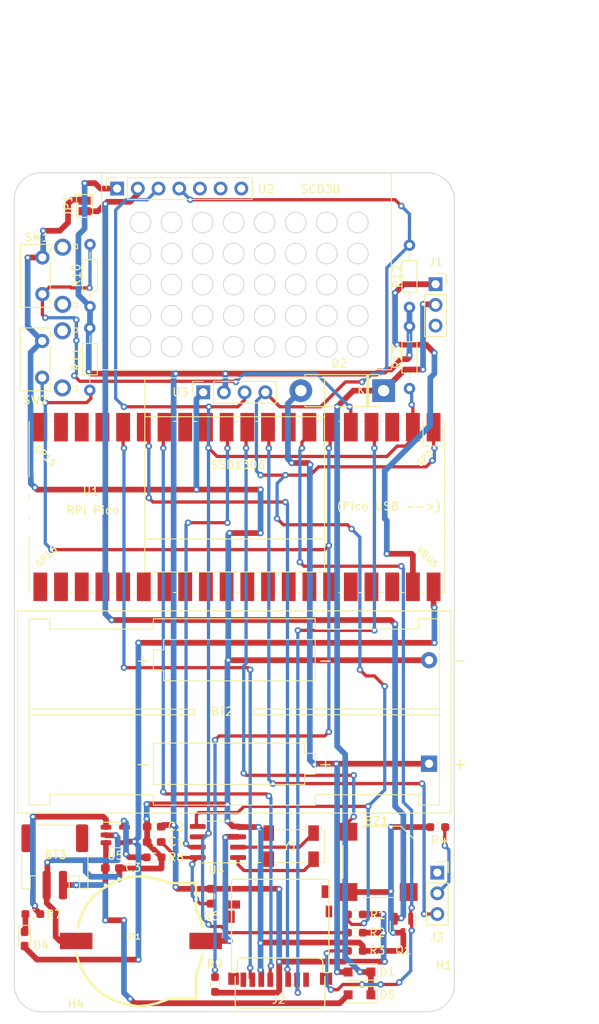
<source format=kicad_pcb>
(kicad_pcb (version 20211014) (generator pcbnew)
  (layers (0 "F.Cu" signal) (31 "B.Cu" signal) (34 "B.Paste" user) (35 "F.Paste" user) (36 "B.SilkS" user "B.Silkscreen") (37 "F.SilkS" user "F.Silkscreen") (38 "B.Mask" user) (39 "F.Mask" user) (44 "Edge.Cuts" user))
  (net 0 "")
  (net 2 "BUZZER")
  (net 6 "SD_CS")
  (net 7 "MOSI")
  (net 31 "+3V3")
  (net 32 "GND")
  (net 33 "SCK")
  (net 34 "MISO")
  (net 36 "Net-(J3-Pad2)")
  (net 37 "WRITE_EN")
  (net 38 "SCD30_EN")
  (net 39 "SCD30_GND")
  (net 40 "BUT_A")
  (net 41 "BUT_B")
  (net 42 "Net-(U4-Pad1)")
  (net 43 "Net-(U4-Pad2)")
  (net 46 "Net-(BT1-Pad1)")
  (net 47 "VSYS")
  (net 48 "SDA")
  (net 49 "SCL")
  (net 52 "RTC_INT")
  (net 53 "VBAT_AAA")
  (net 54 "VBAT_LIPO")
  (net 55 "Net-(C1-Pad1)")
  (net 56 "Net-(D4-Pad1)")
  (net 57 "VBUS")
  (net 58 "Net-(R7-Pad2)")
  (net 59 "Net-(R8-Pad1)")
  (net 63 "Net-(D1-Pad1)")
  (footprint "picoco2:DM3D-SF_outline" (layer "F.Cu") (at 32.6136 98.113)
    (fp_text reference "J2")
    (fp_text value "Micro_SD_Card" hide)
  )
  (footprint "Package_SO:SOIC-8_3.9x4.9mm_P1.27mm" (layer "F.Cu") (at 24.9936 82.0928 180)
    (fp_text reference "U4")
    (fp_text value "PCF8523T")
  )
  (footprint "Capacitor_SMD:C_0603_1608Metric_Pad1.08x0.95mm_HandSolder" (layer "F.Cu") (at 17.1704 80.2132 180)
    (fp_text reference "C2")
    (fp_text value "C")
  )
  (footprint "Resistor_THT:R_Axial_DIN0204_L3.6mm_D1.6mm_P7.62mm_Horizontal" (layer "F.Cu") (at 48.5 18.8368 -90)
    (fp_text reference "R13")
    (fp_text value "R")
  )
  (footprint "Connector_PinSocket_2.54mm:PinSocket_1x03_P2.54mm_Vertical" (layer "F.Cu") (at 51.9172 85.852)
    (fp_text reference "J3")
    (fp_text value "Conn_01x03_Female")
  )
  (footprint "Capacitor_SMD:C_0603_1608Metric_Pad1.08x0.95mm_HandSolder" (layer "F.Cu") (at 17.1704 82.0928 180)
    (fp_text reference "C1")
    (fp_text value "C")
  )
  (footprint "MountingHole:MountingHole_3.2mm_M3" (layer "F.Cu") (at 50.5 3.4)
    (fp_text reference "H3" hide)
    (fp_text value "MountingHole")
  )
  (footprint "Battery:BatteryHolder_Keystone_2468_2xAAA" (layer "F.Cu") (at 50.9016 72.4916 180)
    (fp_text reference "BT2")
    (fp_text value "Battery")
  )
  (footprint "Button_Switch_THT:SW_Tactile_SPST_Angled_PTS645Vx31-2LFS" (layer "F.Cu") (at 3.4265 25.135 90)
    (fp_text reference "SW2")
    (fp_text value "SW_Push")
  )
  (footprint "MountingHole:MountingHole_3.2mm_M3" (layer "F.Cu") (at 50.5 99.4)
    (fp_text reference "H1")
    (fp_text value "MountingHole")
  )
  (footprint "Resistor_SMD:R_0603_1608Metric_Pad0.98x0.95mm_HandSolder" (layer "F.Cu") (at 41.8592 95.4532)
    (fp_text reference "R3")
    (fp_text value "R")
  )
  (footprint "picoco2:ssd1306_a" (layer "F.Cu") (at 23.19 26.924 90)
    (fp_text reference "U3")
    (fp_text value "ssd1306")
  )
  (footprint "Resistor_THT:R_Axial_DIN0204_L3.6mm_D1.6mm_P7.62mm_Horizontal" (layer "F.Cu") (at 9.271 19.05 -90)
    (fp_text reference "R11")
    (fp_text value "R")
  )
  (footprint "Resistor_SMD:R_0603_1608Metric_Pad0.98x0.95mm_HandSolder" (layer "F.Cu") (at 17.1704 83.9724)
    (fp_text reference "R8")
    (fp_text value "10K")
  )
  (footprint "Package_TO_SOT_SMD:SOT-23" (layer "F.Cu") (at 47.7012 92.456 -90)
    (fp_text reference "Q1")
    (fp_text value "Q_NMOS_GDS")
  )
  (footprint "Resistor_SMD:R_0603_1608Metric_Pad0.98x0.95mm_HandSolder" (layer "F.Cu") (at 24.638 99.568 90)
    (fp_text reference "R9")
    (fp_text value "R")
  )
  (footprint "Resistor_SMD:R_0603_1608Metric_Pad0.98x0.95mm_HandSolder" (layer "F.Cu") (at 24.0792 88.7476 90)
    (fp_text reference "R6")
    (fp_text value "R")
  )
  (footprint "Package_TO_SOT_SMD:SOT-23-5" (layer "F.Cu") (at 12.3952 81.2292)
    (fp_text reference "U5")
    (fp_text value "MCP73831-2-OT")
  )
  (footprint "Diode_SMD:D_SOD-123F" (layer "F.Cu") (at 42.3672 98.044 180)
    (fp_text reference "D1")
    (fp_text value "D")
  )
  (footprint "Resistor_SMD:R_0603_1608Metric_Pad0.98x0.95mm_HandSolder" (layer "F.Cu") (at 2.286 90.932)
    (fp_text reference "R7")
    (fp_text value "1K")
  )
  (footprint "Resistor_THT:R_Axial_DIN0204_L3.6mm_D1.6mm_P7.62mm_Horizontal" (layer "F.Cu") (at 9.2964 16.4084 90)
    (fp_text reference "R10")
    (fp_text value "R")
  )
  (footprint "Connector_JST:JST_PH_S2B-PH-SM4-TB_1x02-1MP_P2.00mm_Horizontal" (layer "F.Cu") (at 4.9784 84.5312 180)
    (fp_text reference "BT3")
    (fp_text value "Battery")
  )
  (footprint "picoco2:CR1220-2" (layer "F.Cu") (at 15.1998 94.2348)
    (fp_text reference "BT1")
    (fp_text value "Battery")
  )
  (footprint "MountingHole:MountingHole_3.2mm_M3" (layer "F.Cu") (at 3.4 3.4)
    (fp_text reference "H2" hide)
    (fp_text value "MountingHole")
  )
  (footprint "RPi_Pico:RPi_PicoW_SMD" (layer "F.Cu") (at 27.3304 40.9956 -90)
    (fp_text reference "U1")
    (fp_text value "PicoW")
  )
  (footprint "Resistor_SMD:R_0603_1608Metric_Pad0.98x0.95mm_HandSolder" (layer "F.Cu") (at 51.9684 80.264 180)
    (fp_text reference "R4")
    (fp_text value "R")
  )
  (footprint "Connector_PinSocket_2.54mm:PinSocket_1x03_P2.54mm_Vertical" (layer "F.Cu") (at 51.7006 13.6642)
    (fp_text reference "J1")
    (fp_text value "Conn_01x03_Female")
  )
  (footprint "Resistor_SMD:R_0603_1608Metric_Pad0.98x0.95mm_HandSolder" (layer "F.Cu") (at 41.8592 90.9828 180)
    (fp_text reference "R1")
    (fp_text value "R")
  )
  (footprint "Capacitor_SMD:C_0603_1608Metric_Pad1.08x0.95mm_HandSolder" (layer "F.Cu") (at 12.0396 85.2932)
    (fp_text reference "C3")
    (fp_text value "C")
  )
  (footprint "Jumper:SolderJumper-2_P1.3mm_Open_Pad1.0x1.5mm" (layer "F.Cu") (at 8.636 4.064 -90)
    (fp_text reference "JP1")
    (fp_text value "SolderJumper_2_Open")
  )
  (footprint "Resistor_SMD:R_0603_1608Metric_Pad0.98x0.95mm_HandSolder" (layer "F.Cu") (at 41.8592 93.218 180)
    (fp_text reference "R2")
    (fp_text value "R")
  )
  (footprint "LED_SMD:LED_0603_1608Metric_Pad1.05x0.95mm_HandSolder" (layer "F.Cu") (at 1.27 93.98 -90)
    (fp_text reference "D4")
    (fp_text value "LED")
  )
  (footprint "Buzzer_Beeper:MagneticBuzzer_Kobitone_254-EMB84Q-RO" (layer "F.Cu") (at 44.704 84.5312)
    (fp_text reference "BZ1")
    (fp_text value "Buzzer")
  )
  (footprint "Crystal:Crystal_SMD_Abracon_ABS25-4Pin_8.0x3.8mm" (layer "F.Cu") (at 33.9852 82.6008 -90)
    (fp_text reference "Y1")
    (fp_text value "Crystal_GND23")
  )
  (footprint "Button_Switch_THT:SW_Tactile_SPST_Angled_PTS645Vx31-2LFS" (layer "F.Cu") (at 3.4544 14.8844 90)
    (fp_text reference "SW1")
    (fp_text value "SW_Push")
  )
  (footprint "Resistor_THT:R_Axial_DIN0204_L3.6mm_D1.6mm_P7.62mm_Horizontal" (layer "F.Cu") (at 48.5 16.5 90)
    (fp_text reference "R12")
    (fp_text value "R")
  )
  (footprint "MountingHole:MountingHole_3.2mm_M3" (layer "F.Cu") (at 3.4 99.4)
    (fp_text reference "H4")
    (fp_text value "MountingHole")
  )
  (footprint "picoco2:scd30_a" (layer "F.Cu") (at 12.6238 1.9304 90)
    (fp_text reference "U2")
    (fp_text value "scd30")
  )
  (footprint "Diode_SMD:D_SOD-123F" (layer "F.Cu") (at 42.3672 100.838 180)
    (fp_text reference "D5")
    (fp_text value "D")
  )
  (footprint "Diode_THT:D_5W_P10.16mm_Horizontal" (layer "F.Cu") (at 45.33 26.7208 180)
    (fp_text reference "D2")
    (fp_text value "D")
  )
  (gr_circle (center 38.354 9.906) (end 38.354 11.176) (layer "Edge.Cuts") (width 0.1) (fill none))
  (gr_circle (center 15.494 21.336) (end 15.494 22.606) (layer "Edge.Cuts") (width 0.1) (fill none))
  (gr_circle (center 26.924 17.526) (end 26.924 18.796) (layer "Edge.Cuts") (width 0.1) (fill none))
  (gr_circle (center 23.114 13.716) (end 23.114 14.986) (layer "Edge.Cuts") (width 0.1) (fill none))
  (gr_arc (start 50.698 0) (mid 53.032867 0.967133) (end 54 3.302) (layer "Edge.Cuts") (width 0.1))
  (gr_circle (center 15.494 13.716) (end 15.494 14.986) (layer "Edge.Cuts") (width 0.1) (fill none))
  (gr_circle (center 26.924 21.336) (end 26.924 22.606) (layer "Edge.Cuts") (width 0.1) (fill none))
  (gr_circle (center 15.494 17.526) (end 15.494 18.796) (layer "Edge.Cuts") (width 0.1) (fill none))
  (gr_circle (center 30.734 9.906) (end 30.734 11.176) (layer "Edge.Cuts") (width 0.1) (fill none))
  (gr_circle (center 15.494 9.906) (end 15.494 11.176) (layer "Edge.Cuts") (width 0.1) (fill none))
  (gr_circle (center 42.164 9.906) (end 42.164 11.176) (layer "Edge.Cuts") (width 0.1) (fill none))
  (gr_line (start 50.698 0) (end 3.300067 -0.001933) (layer "Edge.Cuts") (width 0.1))
  (gr_circle (center 19.304 6.096) (end 19.304 7.366) (layer "Edge.Cuts") (width 0.1) (fill none))
  (gr_circle (center 30.734 21.336) (end 30.734 22.606) (layer "Edge.Cuts") (width 0.1) (fill none))
  (gr_circle (center 30.734 6.096) (end 30.734 7.366) (layer "Edge.Cuts") (width 0.1) (fill none))
  (gr_circle (center 42.164 17.526) (end 42.164 18.796) (layer "Edge.Cuts") (width 0.1) (fill none))
  (gr_circle (center 23.114 21.336) (end 23.114 22.606) (layer "Edge.Cuts") (width 0.1) (fill none))
  (gr_circle (center 34.544 17.526) (end 34.544 18.796) (layer "Edge.Cuts") (width 0.1) (fill none))
  (gr_circle (center 34.544 13.716) (end 34.544 14.986) (layer "Edge.Cuts") (width 0.1) (fill none))
  (gr_circle (center 34.544 21.336) (end 34.544 22.606) (layer "Edge.Cuts") (width 0.1) (fill none))
  (gr_line (start -0.001933 3.300067) (end 0 99.6188) (layer "Edge.Cuts") (width 0.1))
  (gr_circle (center 19.304 17.526) (end 19.304 18.796) (layer "Edge.Cuts") (width 0.1) (fill none))
  (gr_circle (center 26.924 13.716) (end 26.924 14.986) (layer "Edge.Cuts") (width 0.1) (fill none))
  (gr_circle (center 34.544 6.096) (end 34.544 7.366) (layer "Edge.Cuts") (width 0.1) (fill none))
  (gr_circle (center 42.164 21.336) (end 42.164 22.606) (layer "Edge.Cuts") (width 0.1) (fill none))
  (gr_circle (center 23.114 17.526) (end 23.114 18.796) (layer "Edge.Cuts") (width 0.1) (fill none))
  (gr_circle (center 26.924 6.096) (end 26.924 7.366) (layer "Edge.Cuts") (width 0.1) (fill none))
  (gr_circle (center 42.164 13.716) (end 42.164 14.986) (layer "Edge.Cuts") (width 0.1) (fill none))
  (gr_line (start 3.302 102.9208) (end 50.708333 102.9208) (layer "Edge.Cuts") (width 0.1))
  (gr_circle (center 30.734 13.716) (end 30.734 14.986) (layer "Edge.Cuts") (width 0.1) (fill none))
  (gr_circle (center 19.304 9.906) (end 19.304 11.176) (layer "Edge.Cuts") (width 0.1) (fill none))
  (gr_circle (center 30.734 17.526) (end 30.734 18.796) (layer "Edge.Cuts") (width 0.1) (fill none))
  (gr_circle (center 38.354 21.336) (end 38.354 22.606) (layer "Edge.Cuts") (width 0.1) (fill none))
  (gr_circle (center 19.304 21.336) (end 19.304 22.606) (layer "Edge.Cuts") (width 0.1) (fill none))
  (gr_circle (center 26.924 9.906) (end 26.924 11.176) (layer "Edge.Cuts") (width 0.1) (fill none))
  (gr_circle (center 38.354 17.526) (end 38.354 18.796) (layer "Edge.Cuts") (width 0.1) (fill none))
  (gr_arc (start 54 99.6188) (mid 53.039544 101.953032) (end 50.708333 102.9208) (layer "Edge.Cuts") (width 0.1))
  (gr_arc (start 3.302 102.9208) (mid 0.967133 101.953667) (end 0 99.6188) (layer "Edge.Cuts") (width 0.1))
  (gr_circle (center 38.354 6.096) (end 38.354 7.366) (layer "Edge.Cuts") (width 0.1) (fill none))
  (gr_arc (start -0.001933 3.300067) (mid 0.9652 0.9652) (end 3.300067 -0.001933) (layer "Edge.Cuts") (width 0.1))
  (gr_line (start 54 99.6188) (end 54 3.302) (layer "Edge.Cuts") (width 0.1))
  (gr_circle (center 23.114 6.096) (end 23.114 7.366) (layer "Edge.Cuts") (width 0.1) (fill none))
  (gr_circle (center 38.354 13.716) (end 38.354 14.986) (layer "Edge.Cuts") (width 0.1) (fill none))
  (gr_circle (center 19.304 13.716) (end 19.304 14.986) (layer "Edge.Cuts") (width 0.1) (fill none))
  (gr_circle (center 42.164 6.096) (end 42.164 7.366) (layer "Edge.Cuts") (width 0.1) (fill none))
  (gr_circle (center 23.114 9.906) (end 23.114 11.176) (layer "Edge.Cuts") (width 0.1) (fill none))
  (gr_circle (center 34.544 9.906) (end 34.544 11.176) (layer "Edge.Cuts") (width 0.1) (fill none))
  (gr_circle (center 15.494 6.096) (end 15.494 7.366) (layer "Edge.Cuts") (width 0.1) (fill none))
  (gr_text "RPi Pico" (at 9.652 41.402) (layer "F.SilkS") (effects (font (size 1 1))))
  (gr_text "(Pico USB -->)" (at 45.974 40.894) (layer "F.SilkS") (effects (font (size 1 1))))
  (gr_text "SSD1306" (at 27.432 35.814) (layer "F.SilkS") (effects (font (size 1 1))))
  (gr_text "SCD30" (at 37.592 2.032) (layer "F.SilkS") (effects (font (size 1 1))))
  (segment (start 28.4105 73.914) (end 28.1565 73.66) (width 0.4) (layer "F.Cu") (net 2))
  (segment (start 41.004 80.8312) (end 41.004 79.646) (width 0.4) (layer "F.Cu") (net 2))
  (segment (start 41.004 79.646) (end 41.656 78.994) (width 0.4) (layer "F.Cu") (net 2))
  (segment (start 28.448 33.782) (end 28.448 32.258) (width 0.4) (layer "F.Cu") (net 2))
  (segment (start 41.656 73.914) (end 28.4105 73.914) (width 0.4) (layer "F.Cu") (net 2))
  (segment (start 28.448 32.258) (end 28.6004 32.1056) (width 0.4) (layer "F.Cu") (net 2))
  (via (at 41.656 78.994) (size 0.8) (drill 0.4) (layers "F.Cu" "B.Cu") (net 2))
  (via (at 28.448 33.782) (size 0.8) (drill 0.4) (layers "F.Cu" "B.Cu") (net 2))
  (via (at 41.656 73.914) (size 0.8) (drill 0.4) (layers "F.Cu" "B.Cu") (net 2))
  (via (at 28.1565 73.66) (size 0.8) (drill 0.4) (layers "F.Cu" "B.Cu") (net 2))
  (segment (start 28.1565 60.4895) (end 28.448 60.198) (width 0.4) (layer "B.Cu") (net 2))
  (segment (start 28.1565 73.66) (end 28.1565 60.4895) (width 0.4) (layer "B.Cu") (net 2))
  (segment (start 28.448 60.198) (end 28.448 33.782) (width 0.4) (layer "B.Cu") (net 2))
  (segment (start 41.656 78.994) (end 41.656 73.914) (width 0.4) (layer "B.Cu") (net 2))
  (segment (start 44.196 32.4612) (end 43.8404 32.1056) (width 0.4) (layer "F.Cu") (net 6))
  (segment (start 34.7136 100.4996) (end 34.798 100.584) (width 0.4) (layer "F.Cu") (net 6))
  (segment (start 34.798 56.134) (end 44.196 56.134) (width 0.4) (layer "F.Cu") (net 6))
  (segment (start 34.7136 98.988) (end 34.7136 100.4996) (width 0.4) (layer "F.Cu") (net 6))
  (segment (start 44.196 33.782) (end 44.196 32.4612) (width 0.4) (layer "F.Cu") (net 6))
  (via (at 44.196 33.782) (size 0.8) (drill 0.4) (layers "F.Cu" "B.Cu") (net 6))
  (via (at 44.196 56.134) (size 0.8) (drill 0.4) (layers "F.Cu" "B.Cu") (net 6))
  (via (at 34.798 56.134) (size 0.8) (drill 0.4) (layers "F.Cu" "B.Cu") (net 6))
  (via (at 34.798 100.584) (size 0.8) (drill 0.4) (layers "F.Cu" "B.Cu") (net 6))
  (segment (start 34.798 100.584) (end 34.798 91.44) (width 0.4) (layer "B.Cu") (net 6))
  (segment (start 34.798 91.44) (end 34.798 56.134) (width 0.4) (layer "B.Cu") (net 6))
  (segment (start 44.196 56.134) (end 44.196 33.782) (width 0.4) (layer "B.Cu") (net 6))
  (segment (start 33.274 40.386) (end 17.018 40.386) (width 0.4) (layer "F.Cu") (net 7))
  (segment (start 17.018 40.386) (end 16.51 39.878) (width 0.4) (layer "F.Cu") (net 7))
  (segment (start 16.51 32.7152) (end 15.9004 32.1056) (width 0.4) (layer "F.Cu") (net 7))
  (segment (start 33.6136 98.988) (end 33.6136 97.8091) (width 0.4) (layer "F.Cu") (net 7))
  (segment (start 16.51 33.528) (end 16.51 32.7152) (width 0.4) (layer "F.Cu") (net 7))
  (segment (start 33.6136 97.8091) (end 33.528 97.7235) (width 0.4) (layer "F.Cu") (net 7))
  (via (at 33.274 40.386) (size 0.8) (drill 0.4) (layers "F.Cu" "B.Cu") (net 7))
  (via (at 16.51 39.878) (size 0.8) (drill 0.4) (layers "F.Cu" "B.Cu") (net 7))
  (via (at 16.51 33.528) (size 0.8) (drill 0.4) (layers "F.Cu" "B.Cu") (net 7))
  (via (at 33.528 97.7235) (size 0.8) (drill 0.4) (layers "F.Cu" "B.Cu") (net 7))
  (segment (start 33.528 92.71) (end 33.528 40.64) (width 0.4) (layer "B.Cu") (net 7))
  (segment (start 33.528 40.64) (end 33.274 40.386) (width 0.4) (layer "B.Cu") (net 7))
  (segment (start 16.51 39.878) (end 16.51 33.528) (width 0.4) (layer "B.Cu") (net 7))
  (segment (start 33.528 97.7235) (end 33.528 92.71) (width 0.4) (layer "B.Cu") (net 7))
  (segment (start 9.398 24.638) (end 9.144 24.384) (width 0.7) (layer "F.Cu") (net 31))
  (segment (start 42.7717 93.218) (end 45.280967 93.218) (width 0.7) (layer "F.Cu") (net 31))
  (segment (start 32.258 100.584) (end 24.7415 100.584) (width 0.7) (layer "F.Cu") (net 31))
  (segment (start 20.0171 87.8351) (end 19.812 87.63) (width 0.7) (layer "F.Cu") (net 31))
  (segment (start 44.704 24.384) (end 45.466 24.384) (width 0.7) (layer "F.Cu") (net 31))
  (segment (start 45.280967 93.218) (end 45.327225 93.264258) (width 0.7) (layer "F.Cu") (net 31))
  (segment (start 19.558 80.01) (end 18.2361 80.01) (width 0.7) (layer "F.Cu") (net 31))
  (segment (start 24.7415 100.584) (end 24.638 100.4805) (width 0.7) (layer "F.Cu") (net 31))
  (segment (start 47.498 22.86) (end 48.26 22.86) (width 0.7) (layer "F.Cu") (net 31))
  (segment (start 18.2361 80.01) (end 18.0329 80.2132) (width 0.7) (layer "F.Cu") (net 31))
  (segment (start 48.5 22.62) (end 48.5 22.366) (width 0.7) (layer "F.Cu") (net 31))
  (segment (start 44.45 24.638) (end 44.704 24.384) (width 0.7) (layer "F.Cu") (net 31))
  (segment (start 48.26 22.86) (end 48.5 22.62) (width 0.7) (layer "F.Cu") (net 31))
  (segment (start 45.466 96.774) (end 32.512 96.774) (width 0.7) (layer "F.Cu") (net 31))
  (segment (start 32.512 97.536) (end 32.512 96.774) (width 0.7) (layer "F.Cu") (net 31))
  (segment (start 32.5136 97.5376) (end 32.512 97.536) (width 0.7) (layer "F.Cu") (net 31))
  (segment (start 24.0792 87.8351) (end 20.0171 87.8351) (width 0.7) (layer "F.Cu") (net 31))
  (segment (start 24.0792 87.8351) (end 32.4631 87.8351) (width 0.7) (layer "F.Cu") (net 31))
  (segment (start 45.2785 90.932) (end 42.8225 90.932) (width 0.7) (layer "F.Cu") (net 31))
  (segment (start 32.5136 98.988) (end 32.5136 97.5376) (width 0.7) (layer "F.Cu") (net 31))
  (segment (start 32.5136 98.988) (end 32.5136 100.3284) (width 0.7) (layer "F.Cu") (net 31))
  (segment (start 12.6238 1.9304) (end 10.5664 1.9304) (width 0.7) (layer "F.Cu") (net 31))
  (segment (start 32.5136 100.3284) (end 32.258 100.584) (width 0.7) (layer "F.Cu") (net 31))
  (segment (start 42.8225 90.932) (end 42.7717 90.9828) (width 0.7) (layer "F.Cu") (net 31))
  (segment (start 45.72 24.13) (end 46.228 24.13) (width 0.7) (layer "F.Cu") (net 31))
  (segment (start 32.4631 87.8351) (end 32.512 87.884) (width 0.7) (layer "F.Cu") (net 31))
  (segment (start 45.466 24.384) (end 45.72 24.13) (width 0.7) (layer "F.Cu") (net 31))
  (segment (start 9.906 1.27) (end 8.636 1.27) (width 0.7) (layer "F.Cu") (net 31))
  (segment (start 46.228 24.13) (end 47.498 22.86) (width 0.7) (layer "F.Cu") (net 31))
  (segment (start 19.812 24.638) (end 9.398 24.638) (width 0.7) (layer "F.Cu") (net 31))
  (segment (start 9.4488 16.256) (end 9.2964 16.4084) (width 0.7) (layer "F.Cu") (net 31))
  (segment (start 19.812 24.638) (end 44.45 24.638) (width 0.7) (layer "F.Cu") (net 31))
  (segment (start 10.5664 1.9304) (end 9.906 1.27) (width 0.7) (layer "F.Cu") (net 31))
  (via (at 45.327225 93.264258) (size 0.8) (drill 0.4) (layers "F.Cu" "B.Cu") (net 31))
  (via (at 25.908 24.638) (size 0.8) (drill 0.4) (layers "F.Cu" "B.Cu") (net 31))
  (via (at 32.512 96.774) (size 0.8) (drill 0.4) (layers "F.Cu" "B.Cu") (net 31))
  (via (at 45.2785 90.932) (size 0.8) (drill 0.4) (layers "F.Cu" "B.Cu") (net 31))
  (via (at 19.812 87.63) (size 0.8) (drill 0.4) (layers "F.Cu" "B.Cu") (net 31))
  (via (at 9.144 24.384) (size 0.8) (drill 0.4) (layers "F.Cu" "B.Cu") (net 31))
  (via (at 45.466 96.774) (size 0.8) (drill 0.4) (layers "F.Cu" "B.Cu") (net 31))
  (via (at 19.812 24.638) (size 0.8) (drill 0.4) (layers "F.Cu" "B.Cu") (net 31))
  (via (at 19.558 80.01) (size 0.8) (drill 0.4) (layers "F.Cu" "B.Cu") (net 31))
  (via (at 8.636 1.27) (size 0.8) (drill 0.4) (layers "F.Cu" "B.Cu") (net 31))
  (via (at 32.512 87.884) (size 0.8) (drill 0.4) (layers "F.Cu" "B.Cu") (net 31))
  (via (at 48.5 22.366) (size 0.8) (drill 0.4) (layers "F.Cu" "B.Cu") (net 31))
  (segment (start 7.874 7.62) (end 7.874 14.986) (width 0.7) (layer "B.Cu") (net 31))
  (segment (start 48.5 18.8368) (end 48.5 22.366) (width 0.7) (layer "B.Cu") (net 31))
  (segment (start 48.5 18.8368) (end 48.5 16.5) (width 0.7) (layer "B.Cu") (net 31))
  (segment (start 9.2964 19.0246) (end 9.271 19.05) (width 0.7) (layer "B.Cu") (net 31))
  (segment (start 19.812 87.63) (end 19.812 80.264) (width 0.7) (layer "B.Cu") (net 31))
  (segment (start 19.558 24.638) (end 19.812 24.638) (width 0.7) (layer "B.Cu") (net 31))
  (segment (start 45.327225 90.980725) (end 45.2785 90.932) (width 0.7) (layer "B.Cu") (net 31))
  (segment (start 45.327225 93.264258) (end 45.327225 96.635225) (width 0.7) (layer "B.Cu") (net 31))
  (segment (start 45.327225 96.635225) (end 45.466 96.774) (width 0.7) (layer "B.Cu") (net 31))
  (segment (start 8.636 6.858) (end 7.874 7.62) (width 0.7) (layer "B.Cu") (net 31))
  (segment (start 25.908 27.178) (end 25.73 27) (width 0.4) (layer "B.Cu") (net 31))
  (segment (start 25.908 24.638) (end 25.908 26.746) (width 0.7) (layer "B.Cu") (net 31))
  (segment (start 8.636 1.27) (end 8.636 6.858) (width 0.7) (layer "B.Cu") (net 31))
  (segment (start 19.812 80.264) (end 19.558 80.01) (width 0.7) (layer "B.Cu") (net 31))
  (segment (start 7.874 14.986) (end 9.2964 16.4084) (width 0.7) (layer "B.Cu") (net 31))
  (segment (start 45.327225 93.264258) (end 45.327225 90.980725) (width 0.7) (layer "B.Cu") (net 31))
  (segment (start 19.558 80.01) (end 19.558 24.638) (width 0.7) (layer "B.Cu") (net 31))
  (segment (start 9.144 19.177) (end 9.271 19.05) (width 0.7) (layer "B.Cu") (net 31))
  (segment (start 9.144 24.384) (end 9.144 19.177) (width 0.7) (layer "B.Cu") (net 31))
  (segment (start 9.2964 16.4084) (end 9.2964 19.0246) (width 0.7) (layer "B.Cu") (net 31))
  (segment (start 32.512 96.774) (end 32.512 87.884) (width 0.7) (layer "B.Cu") (net 31))
  (segment (start 25.908 26.746) (end 25.73 26.924) (width 0.7) (layer "B.Cu") (net 31))
  (segment (start 50.9016 59.7916) (end 26.2636 59.7916) (width 0.7) (layer "F.Cu") (net 32))
  (segment (start 4.064 87.2956) (end 3.9784 87.3812) (width 0.7) (layer "F.Cu") (net 32))
  (segment (start 11.3085 81.28) (end 11.2577 81.2292) (width 0.7) (layer "F.Cu") (net 32))
  (segment (start 6.604 6.096) (end 6.604 3.81) (width 0.7) (layer "F.Cu") (net 32))
  (segment (start 26.8478 80.1878) (end 26.162 79.502) (width 0.7) (layer "F.Cu") (net 32))
  (segment (start 46.228 80.264) (end 51.0559 80.264) (width 0.7) (layer "F.Cu") (net 32))
  (segment (start 3.9784 89.5764) (end 5.08 90.678) (width 0.7) (layer "F.Cu") (net 32))
  (segment (start 47.5257 93.218) (end 47.7012 93.3935) (width 0.7) (layer "F.Cu") (net 32))
  (segment (start 18.034 85.344) (end 12.9529 85.344) (width 0.7) (layer "F.Cu") (net 32))
  (segment (start 22.352 38.862) (end 2.794 38.862) (width 0.7) (layer "F.Cu") (net 32))
  (segment (start 12.9021 86.5389) (end 12.827 86.614) (width 0.7) (layer "F.Cu") (net 32))
  (segment (start 42.3582 94.4282) (end 30.2858 94.4282) (width 0.7) (layer "F.Cu") (net 32))
  (segment (start 5.08 93.726) (end 5.5888 94.2348) (width 0.7) (layer "F.Cu") (net 32))
  (segment (start 6.604 3.81) (end 7.112 3.302) (width 0.7) (layer "F.Cu") (net 32))
  (segment (start 26.416 44.196) (end 30.226 44.196) (width 0.7) (layer "F.Cu") (net 32))
  (segment (start 27.4686 80.1878) (end 26.8478 80.1878) (width 0.7) (layer "F.Cu") (net 32))
  (segment (start 18.0829 85.2951) (end 18.034 85.344) (width 0.7) (layer "F.Cu") (net 32))
  (segment (start 41.004 88.2312) (end 46.1348 88.2312) (width 0.7) (layer "F.Cu") (net 32))
  (segment (start 29.972 80.264) (end 27.5448 80.264) (width 0.7) (layer "F.Cu") (net 32))
  (segment (start 12.446 81.28) (end 11.3085 81.28) (width 0.7) (layer "F.Cu") (net 32))
  (segment (start 3.4544 10.3844) (end 1.6806 10.3844) (width 0.7) (layer "F.Cu") (net 32))
  (segment (start 7.112 3.302) (end 8.524 3.302) (width 0.7) (layer "F.Cu") (net 32))
  (segment (start 30.3136 98.988) (end 30.3136 97.8776) (width 0.7) (layer "F.Cu") (net 32))
  (segment (start 12.9529 85.344) (end 12.9021 85.2932) (width 0.7) (layer "F.Cu") (net 32))
  (segment (start 47.752 95.25) (end 47.752 93.4443) (width 0.7) (layer "F.Cu") (net 32))
  (segment (start 5.5888 94.2348) (end 7.5998 94.2348) (width 0.7) (layer "F.Cu") (net 32))
  (segment (start 16.256 77.47) (end 26.162 77.47) (width 0.7) (layer "F.Cu") (net 32))
  (segment (start 42.7717 95.4532) (end 47.5488 95.4532) (width 0.7) (layer "F.Cu") (net 32))
  (segment (start 27.5448 80.264) (end 27.4686 80.1878) (width 0.7) (layer "F.Cu") (net 32))
  (segment (start 42.7717 95.4532) (end 42.7717 94.8417) (width 0.7) (layer "F.Cu") (net 32))
  (segment (start 2.794 38.862) (end 2.54 38.608) (width 0.7) (layer "F.Cu") (net 32))
  (segment (start 30.2858 94.4282) (end 30.226 94.488) (width 0.7) (layer "F.Cu") (net 32))
  (segment (start 42.7717 94.8417) (end 42.3582 94.4282) (width 0.7) (layer "F.Cu") (net 32))
  (segment (start 16.3079 82.0928) (end 16.3079 82.1974) (width 0.7) (layer "F.Cu") (net 32))
  (segment (start 16.3079 82.1974) (end 18.0829 83.9724) (width 0.7) (layer "F.Cu") (net 32))
  (segment (start 12.9021 85.2932) (end 12.9021 86.5389) (width 0.7) (layer "F.Cu") (net 32))
  (segment (start 4.064 84.582) (end 4.064 87.2956) (width 0.7) (layer "F.Cu") (net 32))
  (segment (start 3.556 7.112) (end 5.588 7.112) (width 0.7) (layer "F.Cu") (net 32))
  (segment (start 46.1348 88.2312) (end 46.228 88.138) (width 0.7) (layer "F.Cu") (net 32))
  (segment (start 5.588 7.112) (end 6.604 6.096) (width 0.7) (layer "F.Cu") (net 32))
  (segment (start 30.226 38.862) (end 22.352 38.862) (width 0.7) (layer "F.Cu") (net 32))
  (segment (start 46.482 93.218) (end 47.5257 93.218) (width 0.7) (layer "F.Cu") (net 32))
  (segment (start 3.9784 87.3812) (end 3.9784 89.5764) (width 0.7) (layer "F.Cu") (net 32))
  (segment (start 1.6806 10.3844) (end 1.651 10.414) (width 0.7) (layer "F.Cu") (net 32))
  (segment (start 47.752 93.4443) (end 47.7012 93.3935) (width 0.7) (layer "F.Cu") (net 32))
  (segment (start 3.3605 20.701) (end 3.4265 20.635) (width 0.7) (layer "F.Cu") (net 32))
  (segment (start 5.08 90.678) (end 5.08 93.726) (width 0.7) (layer "F.Cu") (net 32))
  (segment (start 47.5488 95.4532) (end 47.752 95.25) (width 0.7) (layer "F.Cu") (net 32))
  (segment (start 16.3079 80.2132) (end 16.3079 82.0928) (width 0.7) (layer "F.Cu") (net 32))
  (segment (start 16.3079 80.2132) (end 16.3079 79.2999) (width 0.7) (layer "F.Cu") (net 32))
  (segment (start 18.0829 83.9724) (end 18.0829 85.2951) (width 0.7) (layer "F.Cu") (net 32))
  (segment (start 8.524 3.302) (end 8.636 3.414) (width 0.7) (layer "F.Cu") (net 32))
  (segment (start 16.3079 79.2999) (end 16.256 79.248) (width 0.7) (layer "F.Cu") (net 32))
  (segment (start 30.3136 97.8776) (end 30.226 97.79) (width 0.7) (layer "F.Cu") (net 32))
  (via (at 1.651 10.414) (size 0.8) (drill 0.4) (layers "F.Cu" "B.Cu") (net 32))
  (via (at 30.226 44.196) (size 0.8) (drill 0.4) (layers "F.Cu" "B.Cu") (net 32))
  (via (at 2.54 38.608) (size 0.8) (drill 0.4) (layers "F.Cu" "B.Cu") (net 32))
  (via (at 30.226 94.488) (size 0.8) (drill 0.4) (layers "F.Cu" "B.Cu") (net 32))
  (via (at 46.482 93.218) (size 0.8) (drill 0.4) (layers "F.Cu" "B.Cu") (net 32))
  (via (at 26.162 79.502) (size 0.8) (drill 0.4) (layers "F.Cu" "B.Cu") (net 32))
  (via (at 16.256 77.47) (size 0.8) (drill 0.4) (layers "F.Cu" "B.Cu") (net 32))
  (via (at 22.352 38.862) (size 0.8) (drill 0.4) (layers "F.Cu" "B.Cu") (net 32))
  (via (at 29.972 80.264) (size 0.8) (drill 0.4) (layers "F.Cu" "B.Cu") (net 32))
  (via (at 3.556 7.112) (size 0.8) (drill 0.4) (layers "F.Cu" "B.Cu") (net 32))
  (via (at 26.2636 59.7916) (size 0.8) (drill 0.4) (layers "F.Cu" "B.Cu") (net 32))
  (via (at 46.228 80.264) (size 0.8) (drill 0.4) (layers "F.Cu" "B.Cu") (net 32))
  (via (at 26.416 44.196) (size 0.8) (drill 0.4) (layers "F.Cu" "B.Cu") (net 32))
  (via (at 30.226 97.79) (size 0.8) (drill 0.4) (layers "F.Cu" "B.Cu") (net 32))
  (via (at 30.226 38.862) (size 0.8) (drill 0.4) (layers "F.Cu" "B.Cu") (net 32))
  (via (at 26.162 77.47) (size 0.8) (drill 0.4) (layers "F.Cu" "B.Cu") (net 32))
  (via (at 12.827 86.614) (size 0.8) (drill 0.4) (layers "F.Cu" "B.Cu") (net 32))
  (via (at 16.256 79.248) (size 0.8) (drill 0.4) (layers "F.Cu" "B.Cu") (net 32))
  (via (at 4.064 84.582) (size 0.8) (drill 0.4) (layers "F.Cu" "B.Cu") (net 32))
  (via (at 46.228 88.138) (size 0.8) (drill 0.4) (layers "F.Cu" "B.Cu") (net 32))
  (via (at 12.446 81.28) (size 0.8) (drill 0.4) (layers "F.Cu" "B.Cu") (net 32))
  (segment (start 4.318 84.328) (end 4.064 84.582) (width 0.7) (layer "B.Cu") (net 32))
  (segment (start 8.763 85.725) (end 8.763 84.328) (width 0.7) (layer "B.Cu") (net 32))
  (segment (start 16.256 79.248) (end 16.256 77.47) (width 0.7) (layer "B.Cu") (net 32))
  (segment (start 26.2636 59.7916) (end 26.2636 44.3484) (width 0.7) (layer "B.Cu") (net 32))
  (segment (start 3.556 7.112) (end 3.556 10.2828) (width 0.7) (layer "B.Cu") (net 32))
  (segment (start 8.763 84.328) (end 4.318 84.328) (width 0.7) (layer "B.Cu") (net 32))
  (segment (start 3.4265 20.635) (end 2.0015 22.06) (width 0.7) (layer "B.Cu") (net 32))
  (segment (start 1.651 10.414) (end 1.651 18.8595) (width 0.7) (layer "B.Cu") (net 32))
  (segment (start 30.226 44.196) (end 30.226 38.862) (width 0.7) (layer "B.Cu") (net 32))
  (segment (start 2.0015 22.06) (end 2.0015 37.0535) (width 0.7) (layer "B.Cu") (net 32))
  (segment (start 26.162 79.502) (end 26.162 77.47) (width 0.7) (layer "B.Cu") (net 32))
  (segment (start 22.352 38.862) (end 22.352 27.762) (width 0.7) (layer "B.Cu") (net 32))
  (segment (start 3.556 10.2828) (end 3.4544 10.3844) (width 0.7) (layer "B.Cu") (net 32))
  (segment (start 12.7 84.328) (end 12.7 81.534) (width 0.7) (layer "B.Cu") (net 32))
  (segment (start 12.827 86.614) (end 12.573 86.36) (width 0.7) (layer "B.Cu") (net 32))
  (segment (start 12.573 86.36) (end 9.398 86.36) (width 0.7) (layer "B.Cu") (net 32))
  (segment (start 30.226 80.518) (end 29.972 80.264) (width 0.7) (layer "B.Cu") (net 32))
  (segment (start 26.162 77.47) (end 26.162 59.8932) (width 0.7) (layer "B.Cu") (net 32))
  (segment (start 46.228 92.964) (end 46.482 93.218) (width 0.7) (layer "B.Cu") (net 32))
  (segment (start 46.228 88.138) (end 46.228 80.264) (width 0.7) (layer "B.Cu") (net 32))
  (segment (start 12.7 81.534) (end 12.446 81.28) (width 0.7) (layer "B.Cu") (net 32))
  (segment (start 2.0015 37.0535) (end 2.032 37.084) (width 0.7) (layer "B.Cu") (net 32))
  (segment (start 26.2636 44.3484) (end 26.416 44.196) (width 0.7) (layer "B.Cu") (net 32))
  (segment (start 2.032 38.1) (end 2.54 38.608) (width 0.7) (layer "B.Cu") (net 32))
  (segment (start 26.162 59.8932) (end 26.2636 59.7916) (width 0.7) (layer "B.Cu") (net 32))
  (segment (start 2.032 37.084) (end 2.032 38.1) (width 0.7) (layer "B.Cu") (net 32))
  (segment (start 12.7 84.328) (end 8.763 84.328) (width 0.7) (layer "B.Cu") (net 32))
  (segment (start 1.651 18.8595) (end 3.4265 20.635) (width 0.7) (layer "B.Cu") (net 32))
  (segment (start 9.398 86.36) (end 8.763 85.725) (width 0.7) (layer "B.Cu") (net 32))
  (segment (start 22.352 27.762) (end 23.19 26.924) (width 0.7) (layer "B.Cu") (net 32))
  (segment (start 23.19 27) (end 23.19 27.102) (width 0.4) (layer "B.Cu") (net 32))
  (segment (start 30.226 97.79) (end 30.226 80.518) (width 0.7) (layer "B.Cu") (net 32))
  (segment (start 46.228 88.138) (end 46.228 92.964) (width 0.7) (layer "B.Cu") (net 32))
  (segment (start 31.242 76.454) (end 30.988 76.2) (width 0.4) (layer "F.Cu") (net 33))
  (segment (start 18.288 32.258) (end 18.4404 32.1056) (width 0.4) (layer "F.Cu") (net 33))
  (segment (start 30.988 76.2) (end 21.082 76.2) (width 0.4) (layer "F.Cu") (net 33))
  (segment (start 31.4136 97.3644) (end 31.496 97.282) (width 0.4) (layer "F.Cu") (net 33))
  (segment (start 18.288 33.782) (end 18.288 32.258) (width 0.4) (layer "F.Cu") (net 33))
  (segment (start 31.4136 98.988) (end 31.4136 97.3644) (width 0.4) (layer "F.Cu") (net 33))
  (segment (start 21.082 76.2) (end 18.542 76.2) (width 0.4) (layer "F.Cu") (net 33))
  (segment (start 18.542 76.2) (end 18.288 75.946) (width 0.4) (layer "F.Cu") (net 33))
  (via (at 18.288 75.946) (size 0.8) (drill 0.4) (layers "F.Cu" "B.Cu") (net 33))
  (via (at 31.242 76.454) (size 0.8) (drill 0.4) (layers "F.Cu" "B.Cu") (net 33))
  (via (at 18.288 33.782) (size 0.8) (drill 0.4) (layers "F.Cu" "B.Cu") (net 33))
  (via (at 31.496 97.282) (size 0.8) (drill 0.4) (layers "F.Cu" "B.Cu") (net 33))
  (segment (start 18.288 75.946) (end 18.288 33.782) (width 0.4) (layer "B.Cu") (net 33))
  (segment (start 31.496 76.708) (end 31.242 76.454) (width 0.4) (layer "B.Cu") (net 33))
  (segment (start 31.496 97.282) (end 31.496 76.708) (width 0.4) (layer "B.Cu") (net 33))
  (segment (start 13.462 60.706) (end 28.702 60.706) (width 0.4) (layer "F.Cu") (net 34))
  (segment (start 13.3604 32.1056) (end 13.3604 33.6804) (width 0.4) (layer "F.Cu") (net 34))
  (segment (start 13.3604 33.6804) (end 13.462 33.782) (width 0.4) (layer "F.Cu") (net 34))
  (segment (start 28.956 97.536) (end 28.956 98.7304) (width 0.4) (layer "F.Cu") (net 34))
  (segment (start 28.956 98.7304) (end 29.2136 98.988) (width 0.4) (layer "F.Cu") (net 34))
  (segment (start 28.702 60.706) (end 28.956 60.96) (width 0.4) (layer "F.Cu") (net 34))
  (via (at 13.462 60.706) (size 0.8) (drill 0.4) (layers "F.Cu" "B.Cu") (net 34))
  (via (at 28.956 60.96) (size 0.8) (drill 0.4) (layers "F.Cu" "B.Cu") (net 34))
  (via (at 13.462 33.782) (size 0.8) (drill 0.4) (layers "F.Cu" "B.Cu") (net 34))
  (via (at 28.956 97.536) (size 0.8) (drill 0.4) (layers "F.Cu" "B.Cu") (net 34))
  (segment (start 13.462 38.1) (end 13.462 60.706) (width 0.4) (layer "B.Cu") (net 34))
  (segment (start 13.462 33.782) (end 13.462 38.1) (width 0.4) (layer "B.Cu") (net 34))
  (segment (start 28.956 60.96) (end 28.956 97.536) (width 0.4) (layer "B.Cu") (net 34))
  (segment (start 52.832 82.55) (end 52.832 80.3129) (width 0.4) (layer "F.Cu") (net 36))
  (segment (start 52.832 80.3129) (end 52.8809 80.264) (width 0.4) (layer "F.Cu") (net 36))
  (via (at 52.832 82.55) (size 0.8) (drill 0.4) (layers "F.Cu" "B.Cu") (net 36))
  (segment (start 53.34 83.058) (end 52.832 82.55) (width 0.4) (layer "B.Cu") (net 36))
  (segment (start 53.34 83.312) (end 53.34 83.058) (width 0.4) (layer "B.Cu") (net 36))
  (segment (start 53.34 86.9692) (end 53.34 83.312) (width 0.4) (layer "B.Cu") (net 36))
  (segment (start 51.9172 88.392) (end 53.34 86.9692) (width 0.4) (layer "B.Cu") (net 36))
  (segment (start 31.242 32.2072) (end 31.1404 32.1056) (width 0.4) (layer "F.Cu") (net 37))
  (segment (start 50.038 74.93) (end 34.036 74.93) (width 0.4) (layer "F.Cu") (net 37))
  (segment (start 51.9172 90.932) (end 50.292 90.932) (width 0.4) (layer "F.Cu") (net 37))
  (segment (start 31.75 74.93) (end 34.036 74.93) (width 0.4) (layer "F.Cu") (net 37))
  (segment (start 31.242 33.782) (end 31.242 32.2072) (width 0.4) (layer "F.Cu") (net 37))
  (via (at 50.292 90.932) (size 0.8) (drill 0.4) (layers "F.Cu" "B.Cu") (net 37))
  (via (at 31.75 74.93) (size 0.8) (drill 0.4) (layers "F.Cu" "B.Cu") (net 37))
  (via (at 31.242 33.782) (size 0.8) (drill 0.4) (layers "F.Cu" "B.Cu") (net 37))
  (via (at 50.038 74.93) (size 0.8) (drill 0.4) (layers "F.Cu" "B.Cu") (net 37))
  (segment (start 31.75 74.93) (end 31.242 74.422) (width 0.4) (layer "B.Cu") (net 37))
  (segment (start 50.292 90.932) (end 50.292 75.184) (width 0.4) (layer "B.Cu") (net 37))
  (segment (start 50.292 75.184) (end 50.038 74.93) (width 0.4) (layer "B.Cu") (net 37))
  (segment (start 31.242 74.422) (end 31.242 33.782) (width 0.4) (layer "B.Cu") (net 37))
  (segment (start 35.56 48.26) (end 35.052 47.752) (width 0.4) (layer "F.Cu") (net 38))
  (segment (start 35.306 33.782) (end 35.306 33.02) (width 0.4) (layer "F.Cu") (net 38))
  (segment (start 39.692698 100.212502) (end 40.3372 99.568) (width 0.4) (layer "F.Cu") (net 38))
  (segment (start 40.9467 95.4532) (end 38.6588 95.4532) (width 0.4) (layer "F.Cu") (net 38))
  (segment (start 48.768 91.6353) (end 48.6512 91.5185) (width 0.4) (layer "F.Cu") (net 38))
  (segment (start 40.3372 99.568) (end 41.656 99.568) (width 0.4) (layer "F.Cu") (net 38))
  (segment (start 38.6588 95.4532) (end 38.354 95.758) (width 0.4) (layer "F.Cu") (net 38))
  (segment (start 41.656 99.568) (end 42.672 99.568) (width 0.4) (layer "F.Cu") (net 38))
  (segment (start 47.498 48.26) (end 35.56 48.26) (width 0.4) (layer "F.Cu") (net 38))
  (segment (start 35.306 33.02) (end 36.2204 32.1056) (width 0.4) (layer "F.Cu") (net 38))
  (segment (start 48.6512 90.2868) (end 48.768 90.17) (width 0.4) (layer "F.Cu") (net 38))
  (segment (start 48.6512 91.5185) (end 48.6512 90.2868) (width 0.4) (layer "F.Cu") (net 38))
  (segment (start 48.768 92.964) (end 48.768 91.6353) (width 0.4) (layer "F.Cu") (net 38))
  (segment (start 38.862 100.212502) (end 39.692698 100.212502) (width 0.4) (layer "F.Cu") (net 38))
  (segment (start 44.958 99.568) (end 46.99 99.568) (width 0.4) (layer "F.Cu") (net 38))
  (segment (start 46.99 99.568) (end 47.244 99.314) (width 0.4) (layer "F.Cu") (net 38))
  (via (at 48.768 92.964) (size 0.8) (drill 0.4) (layers "F.Cu" "B.Cu") (net 38))
  (via (at 47.244 99.314) (size 0.8) (drill 0.4) (layers "F.Cu" "B.Cu") (net 38))
  (via (at 35.052 47.752) (size 0.8) (drill 0.4) (layers "F.Cu" "B.Cu") (net 38))
  (via (at 42.672 99.568) (size 0.8) (drill 0.4) (layers "F.Cu" "B.Cu") (net 38))
  (via (at 38.354 95.758) (size 0.8) (drill 0.4) (layers "F.Cu" "B.Cu") (net 38))
  (via (at 44.958 99.568) (size 0.8) (drill 0.4) (layers "F.Cu" "B.Cu") (net 38))
  (via (at 35.306 33.782) (size 0.8) (drill 0.4) (layers "F.Cu" "B.Cu") (net 38))
  (via (at 48.768 90.17) (size 0.8) (drill 0.4) (layers "F.Cu" "B.Cu") (net 38))
  (via (at 38.862 100.212502) (size 0.8) (drill 0.4) (layers "F.Cu" "B.Cu") (net 38))
  (via (at 47.498 48.26) (size 0.8) (drill 0.4) (layers "F.Cu" "B.Cu") (net 38))
  (segment (start 42.672 99.568) (end 44.958 99.568) (width 0.4) (layer "B.Cu") (net 38))
  (segment (start 47.752 77.216) (end 47.752 75.946) (width 0.4) (layer "B.Cu") (net 38))
  (segment (start 48.768 82.804) (end 48.768 78.232) (width 0.4) (layer "B.Cu") (net 38))
  (segment (start 48.6512 97.9068) (end 48.6512 93.0808) (width 0.4) (layer "B.Cu") (net 38))
  (segment (start 38.354 95.758) (end 38.354 99.704502) (width 0.4) (layer "B.Cu") (net 38))
  (segment (start 48.768 78.232) (end 48.514 77.978) (width 0.4) (layer "B.Cu") (net 38))
  (segment (start 47.244 99.314) (end 48.6512 97.9068) (width 0.4) (layer "B.Cu") (net 38))
  (segment (start 38.354 99.704502) (end 38.862 100.212502) (width 0.4) (layer "B.Cu") (net 38))
  (segment (start 47.752 75.946) (end 47.752 48.514) (width 0.4) (layer "B.Cu") (net 38))
  (segment (start 47.752 48.514) (end 47.498 48.26) (width 0.4) (layer "B.Cu") (net 38))
  (segment (start 48.768 90.17) (end 48.768 82.804) (width 0.4) (layer "B.Cu") (net 38))
  (segment (start 48.514 77.978) (end 47.752 77.216) (width 0.4) (layer "B.Cu") (net 38))
  (segment (start 35.052 34.036) (end 35.306 33.782) (width 0.4) (layer "B.Cu") (net 38))
  (segment (start 48.6512 93.0808) (end 48.768 92.964) (width 0.4) (layer "B.Cu") (net 38))
  (segment (start 35.052 47.752) (end 35.052 34.036) (width 0.4) (layer "B.Cu") (net 38))
  (segment (start 46.8297 91.44) (end 46.7512 91.5185) (width 0.7) (layer "F.Cu") (net 39))
  (segment (start 46.228 54.864) (end 46.736 55.372) (width 0.7) (layer "F.Cu") (net 39))
  (segment (start 8.778 4.572) (end 8.636 4.714) (width 0.7) (layer "F.Cu") (net 39))
  (segment (start 10.272 4.714) (end 8.636 4.714) (width 0.7) (layer "F.Cu") (net 39))
  (segment (start 11.176 3.81) (end 10.272 4.714) (width 0.7) (layer "F.Cu") (net 39))
  (segment (start 15.1638 2.6162) (end 14.224 3.556) (width 0.7) (layer "F.Cu") (net 39))
  (segment (start 47.498 91.44) (end 46.8297 91.44) (width 0.7) (layer "F.Cu") (net 39))
  (segment (start 14.224 3.556) (end 11.43 3.556) (width 0.7) (layer "F.Cu") (net 39))
  (segment (start 11.938 54.864) (end 15.24 54.864) (width 0.7) (layer "F.Cu") (net 39))
  (segment (start 15.1638 1.9304) (end 15.1638 2.6162) (width 0.7) (layer "F.Cu") (net 39))
  (segment (start 15.24 54.864) (end 46.228 54.864) (width 0.7) (layer "F.Cu") (net 39))
  (segment (start 11.43 3.556) (end 11.176 3.81) (width 0.7) (layer "F.Cu") (net 39))
  (via (at 11.176 3.81) (size 0.8) (drill 0.4) (layers "F.Cu" "B.Cu") (net 39))
  (via (at 47.498 91.44) (size 0.8) (drill 0.4) (layers "F.Cu" "B.Cu") (net 39))
  (via (at 46.736 55.372) (size 0.8) (drill 0.4) (layers "F.Cu" "B.Cu") (net 39))
  (via (at 11.938 54.864) (size 0.8) (drill 0.4) (layers "F.Cu" "B.Cu") (net 39))
  (segment (start 47.244 78.232) (end 47.752 78.74) (width 0.7) (layer "B.Cu") (net 39))
  (segment (start 11.176 17.526) (end 11.176 54.102) (width 0.7) (layer "B.Cu") (net 39))
  (segment (start 15.367 2.1336) (end 15.1638 1.9304) (width 0.7) (layer "B.Cu") (net 39))
  (segment (start 11.176 3.81) (end 11.176 4.602) (width 0.7) (layer "B.Cu") (net 39))
  (segment (start 47.752 91.186) (end 47.498 91.44) (width 0.7) (layer "B.Cu") (net 39))
  (segment (start 47.752 83.312) (end 47.752 91.186) (width 0.7) (layer "B.Cu") (net 39))
  (segment (start 46.736 55.372) (end 46.736 77.724) (width 0.7) (layer "B.Cu") (net 39))
  (segment (start 11.176 4.602) (end 11.064 4.714) (width 0.7) (layer "B.Cu") (net 39))
  (segment (start 11.176 54.102) (end 11.938 54.864) (width 0.7) (layer "B.Cu") (net 39))
  (segment (start 11.176 4.826) (end 11.176 17.526) (width 0.7) (layer "B.Cu") (net 39))
  (segment (start 47.752 78.74) (end 47.752 83.312) (width 0.7) (layer "B.Cu") (net 39))
  (segment (start 46.736 77.724) (end 47.244 78.232) (width 0.7) (layer "B.Cu") (net 39))
  (segment (start 11.064 4.714) (end 11.176 4.826) (width 0.7) (layer "B.Cu") (net 39))
  (segment (start 41.3004 32.1056) (end 41.3004 28.8544) (width 0.4) (layer "F.Cu") (net 40))
  (segment (start 3.4544 17.4244) (end 3.81 17.78) (width 0.4) (layer "F.Cu") (net 40))
  (segment (start 6.897401 14.009401) (end 7.0104 14.1224) (width 0.4) (layer "F.Cu") (net 40))
  (segment (start 7.0104 14.1224) (end 9.2456 14.1224) (width 0.4) (layer "F.Cu") (net 40))
  (segment (start 3.4544 14.8844) (end 3.4544 17.4244) (width 0.4) (layer "F.Cu") (net 40))
  (segment (start 4.329399 14.009401) (end 6.897401 14.009401) (width 0.4) (layer "F.Cu") (net 40))
  (segment (start 7.62 18.034) (end 7.62 20.574) (width 0.4) (layer "F.Cu") (net 40))
  (segment (start 41.3004 28.8544) (end 41.148 28.702) (width 0.4) (layer "F.Cu") (net 40))
  (segment (start 9.2456 14.1224) (end 9.2964 14.1224) (width 0.4) (layer "F.Cu") (net 40))
  (segment (start 27.094 25.57) (end 8.044 25.57) (width 0.4) (layer "F.Cu") (net 40))
  (segment (start 3.4544 14.8844) (end 4.329399 14.009401) (width 0.4) (layer "F.Cu") (net 40))
  (segment (start 27.178 25.654) (end 27.094 25.57) (width 0.4) (layer "F.Cu") (net 40))
  (segment (start 8.044 25.57) (end 7.366 24.892) (width 0.4) (layer "F.Cu") (net 40))
  (via (at 7.366 24.892) (size 0.8) (drill 0.4) (layers "F.Cu" "B.Cu") (net 40))
  (via (at 41.148 28.702) (size 0.8) (drill 0.4) (layers "F.Cu" "B.Cu") (net 40))
  (via (at 9.2456 14.1224) (size 0.8) (drill 0.4) (layers "F.Cu" "B.Cu") (net 40))
  (via (at 7.62 18.034) (size 0.8) (drill 0.4) (layers "F.Cu" "B.Cu") (net 40))
  (via (at 3.81 17.78) (size 0.8) (drill 0.4) (layers "F.Cu" "B.Cu") (net 40))
  (via (at 7.62 20.574) (size 0.8) (drill 0.4) (layers "F.Cu" "B.Cu") (net 40))
  (via (at 27.178 25.654) (size 0.8) (drill 0.4) (layers "F.Cu" "B.Cu") (net 40))
  (segment (start 37.084 24.638) (end 41.148 28.702) (width 0.4) (layer "B.Cu") (net 40))
  (segment (start 7.62 24.638) (end 7.62 18.034) (width 0.4) (layer "B.Cu") (net 40))
  (segment (start 7.366 24.892) (end 7.62 24.638) (width 0.4) (layer "B.Cu") (net 40))
  (segment (start 28.194 24.638) (end 37.084 24.638) (width 0.4) (layer "B.Cu") (net 40))
  (segment (start 9.2964 8.7884) (end 9.2964 14.1224) (width 0.4) (layer "B.Cu") (net 40))
  (segment (start 27.178 25.654) (end 28.194 24.638) (width 0.4) (layer "B.Cu") (net 40))
  (segment (start 3.81 17.78) (end 7.366 17.78) (width 0.4) (layer "B.Cu") (net 40))
  (segment (start 7.366 17.78) (end 7.62 18.034) (width 0.4) (layer "B.Cu") (net 40))
  (segment (start 9.398 26.797) (end 9.271 26.67) (width 0.4) (layer "F.Cu") (net 41))
  (segment (start 24.638 97.79) (end 24.638 98.6555) (width 0.4) (layer "F.Cu") (net 41))
  (segment (start 37.846 69.088) (end 25.146 69.088) (width 0.4) (layer "F.Cu") (net 41))
  (segment (start 38.1 46.228) (end 38.608 45.72) (width 0.4) (layer "F.Cu") (net 41))
  (segment (start 3.81 28.194) (end 8.89 28.194) (width 0.4) (layer "F.Cu") (net 41))
  (segment (start 4.572 46.228) (end 38.1 46.228) (width 0.4) (layer "F.Cu") (net 41))
  (segment (start 25.146 69.088) (end 24.638 69.596) (width 0.4) (layer "F.Cu") (net 41))
  (segment (start 38.7604 33.6296) (end 38.608 33.782) (width 0.4) (layer "F.Cu") (net 41))
  (segment (start 38.608 68.58) (end 38.1 69.088) (width 0.4) (layer "F.Cu") (net 41))
  (segment (start 8.89 28.194) (end 9.398 27.686) (width 0.4) (layer "F.Cu") (net 41))
  (segment (start 38.1 69.088) (end 37.846 69.088) (width 0.4) (layer "F.Cu") (net 41))
  (segment (start 38.7604 32.1056) (end 38.7604 33.6296) (width 0.4) (layer "F.Cu") (net 41))
  (segment (start 9.398 27.686) (end 9.398 26.797) (width 0.4) (layer "F.Cu") (net 41))
  (via (at 4.572 46.228) (size 0.8) (drill 0.4) (layers "F.Cu" "B.Cu") (net 41))
  (via (at 24.638 97.79) (size 0.8) (drill 0.4) (layers "F.Cu" "B.Cu") (net 41))
  (via (at 3.81 28.194) (size 0.8) (drill 0.4) (layers "F.Cu" "B.Cu") (net 41))
  (via (at 24.638 69.596) (size 0.8) (drill 0.4) (layers "F.Cu" "B.Cu") (net 41))
  (via (at 38.608 33.782) (size 0.8) (drill 0.4) (layers "F.Cu" "B.Cu") (net 41))
  (via (at 38.608 68.58) (size 0.8) (drill 0.4) (layers "F.Cu" "B.Cu") (net 41))
  (via (at 38.608 45.72) (size 0.8) (drill 0.4) (layers "F.Cu" "B.Cu") (net 41))
  (segment (start 3.4265 25.135) (end 3.4265 27.8105) (width 0.4) (layer "B.Cu") (net 41))
  (segment (start 3.81 28.194) (end 3.81 45.466) (width 0.4) (layer "B.Cu") (net 41))
  (segment (start 24.638 69.596) (end 24.638 97.79) (width 0.4) (layer "B.Cu") (net 41))
  (segment (start 38.608 41.402) (end 38.608 45.72) (width 0.4) (layer "B.Cu") (net 41))
  (segment (start 3.81 45.466) (end 4.572 46.228) (width 0.4) (layer "B.Cu") (net 41))
  (segment (start 3.4265 27.8105) (end 3.81 28.194) (width 0.4) (layer "B.Cu") (net 41))
  (segment (start 38.608 33.782) (end 38.608 41.402) (width 0.4) (layer "B.Cu") (net 41))
  (segment (start 38.608 45.72) (end 38.608 68.58) (width 0.4) (layer "B.Cu") (net 41))
  (segment (start 27.4686 84.8726) (end 28.194 85.598) (width 0.4) (layer "F.Cu") (net 42))
  (segment (start 35.56 85.598) (end 36.7352 84.4228) (width 0.4) (layer "F.Cu") (net 42))
  (segment (start 36.7352 84.4228) (end 36.7352 84.2008) (width 0.4) (layer "F.Cu") (net 42))
  (segment (start 28.194 85.598) (end 35.56 85.598) (width 0.4) (layer "F.Cu") (net 42))
  (segment (start 27.4686 83.9978) (end 27.4686 84.8726) (width 0.4) (layer "F.Cu") (net 42))
  (segment (start 27.4686 82.7278) (end 35.0082 82.7278) (width 0.4) (layer "F.Cu") (net 43))
  (segment (start 35.0082 82.7278) (end 36.7352 81.0008) (width 0.4) (layer "F.Cu") (net 43))
  (segment (start 25.9842 81.4578) (end 25.908 81.534) (width 0.7) (layer "F.Cu") (net 46))
  (segment (start 27.4686 81.4578) (end 25.9842 81.4578) (width 0.7) (layer "F.Cu") (net 46))
  (segment (start 23.4898 94.2348) (end 26.4152 94.2348) (width 0.7) (layer "F.Cu") (net 46))
  (via (at 26.4152 94.2348) (size 0.8) (drill 0.4) (layers "F.Cu" "B.Cu") (net 46))
  (via (at 25.908 81.534) (size 0.8) (drill 0.4) (layers "F.Cu" "B.Cu") (net 46))
  (segment (start 25.908 93.7276) (end 26.4152 94.2348) (width 0.7) (layer "B.Cu") (net 46))
  (segment (start 25.908 81.534) (end 25.908 93.7276) (width 0.7) (layer "B.Cu") (net 46))
  (segment (start 45.72 46.736) (end 48.768 46.736) (width 0.7) (layer "F.Cu") (net 47))
  (segment (start 48.895 49.8602) (end 48.9204 49.8856) (width 0.7) (layer "F.Cu") (net 47))
  (segment (start 47.8038 13.6642) (end 46.736 14.732) (width 0.7) (layer "F.Cu") (net 47))
  (segment (start 46.99 21.082) (end 50.546 21.082) (width 0.7) (layer "F.Cu") (net 47))
  (segment (start 48.9204 46.8884) (end 48.9204 49.8856) (width 0.7) (layer "F.Cu") (net 47))
  (segment (start 51.7006 13.6642) (end 47.8038 13.6642) (width 0.7) (layer "F.Cu") (net 47))
  (segment (start 48.768 46.736) (end 48.9204 46.8884) (width 0.7) (layer "F.Cu") (net 47))
  (segment (start 50.546 21.082) (end 51.562 22.098) (width 0.7) (layer "F.Cu") (net 47))
  (via (at 46.99 21.082) (size 0.8) (drill 0.4) (layers "F.Cu" "B.Cu") (net 47))
  (via (at 45.72 46.736) (size 0.8) (drill 0.4) (layers "F.Cu" "B.Cu") (net 47))
  (via (at 51.562 22.098) (size 0.8) (drill 0.4) (layers "F.Cu" "B.Cu") (net 47))
  (via (at 46.736 14.732) (size 0.8) (drill 0.4) (layers "F.Cu" "B.Cu") (net 47))
  (segment (start 46.736 14.732) (end 46.736 20.828) (width 0.7) (layer "B.Cu") (net 47))
  (segment (start 45.466 42.418) (end 45.72 42.672) (width 0.7) (layer "B.Cu") (net 47))
  (segment (start 45.5035 36.5385) (end 45.466 36.5385) (width 0.7) (layer "B.Cu") (net 47))
  (segment (start 51.054 25.146) (end 51.054 30.988) (width 0.7) (layer "B.Cu") (net 47))
  (segment (start 45.466 36.5385) (end 45.466 42.418) (width 0.7) (layer "B.Cu") (net 47))
  (segment (start 51.562 22.098) (end 51.562 24.638) (width 0.7) (layer "B.Cu") (net 47))
  (segment (start 51.054 30.988) (end 45.5035 36.5385) (width 0.7) (layer "B.Cu") (net 47))
  (segment (start 45.72 42.672) (end 45.72 46.736) (width 0.7) (layer "B.Cu") (net 47))
  (segment (start 51.562 24.638) (end 51.054 25.146) (width 0.7) (layer "B.Cu") (net 47))
  (segment (start 46.736 20.828) (end 46.99 21.082) (width 0.7) (layer "B.Cu") (net 47))
  (segment (start 22.352 78.74) (end 22.352 80.0212) (width 0.4) (layer "F.Cu") (net 48))
  (segment (start 43.942 61.722) (end 43.18 61.722) (width 0.4) (layer "F.Cu") (net 48))
  (segment (start 51.308 35.306) (end 50.546 36.068) (width 0.4) (layer "F.Cu") (net 48))
  (segment (start 42.672 25.654) (end 40.64 25.654) (width 0.4) (layer "F.Cu") (net 48))
  (segment (start 43.18 61.722) (end 42.418 60.96) (width 0.4) (layer "F.Cu") (net 48))
  (segment (start 22.352 80.0212) (end 22.5186 80.1878) (width 0.4) (layer "F.Cu") (net 48))
  (segment (start 33.02 43.18) (end 32.258 42.418) (width 0.4) (layer "F.Cu") (net 48))
  (segment (start 46.736 3.302) (end 47.498 4.064) (width 0.4) (layer "F.Cu") (net 48))
  (segment (start 32.588 28.702) (end 30.81 26.924) (width 0.4) (layer "F.Cu") (net 48))
  (segment (start 33.274 37.084) (end 30.226 37.084) (width 0.4) (layer "F.Cu") (net 48))
  (segment (start 42.926 92.0573) (end 42.7813 92.202) (width 0.4) (layer "F.Cu") (net 48))
  (segment (start 51.4604 32.1056) (end 51.4604 33.6804) (width 0.4) (layer "F.Cu") (net 48))
  (segment (start 50.546 36.068) (end 37.338 36.068) (width 0.4) (layer "F.Cu") (net 48))
  (segment (start 22.606 78.486) (end 22.352 78.74) (width 0.4) (layer "F.Cu") (net 48))
  (segment (start 51.4604 33.6804) (end 51.562 33.782) (width 0.4) (layer "F.Cu") (net 48))
  (segment (start 36.322 37.084) (end 33.274 37.084) (width 0.4) (layer "F.Cu") (net 48))
  (segment (start 28.194 77.724) (end 27.432 78.486) (width 0.4) (layer "F.Cu") (net 48))
  (segment (start 37.592 28.702) (end 32.588 28.702) (width 0.4) (layer "F.Cu") (net 48))
  (segment (start 40.64 25.654) (end 37.592 28.702) (width 0.4) (layer "F.Cu") (net 48))
  (segment (start 40.9467 91.7467) (end 40.9467 90.9828) (width 0.4) (layer "F.Cu") (net 48))
  (segment (start 37.338 36.068) (end 36.322 37.084) (width 0.4) (layer "F.Cu") (net 48))
  (segment (start 41.402 92.202) (end 40.9467 91.7467) (width 0.4) (layer "F.Cu") (net 48))
  (segment (start 40.894 43.18) (end 38.1 43.18) (width 0.4) (layer "F.Cu") (net 48))
  (segment (start 21.59 3.302) (end 46.736 3.302) (width 0.4) (layer "F.Cu") (net 48))
  (segment (start 38.1 43.18) (end 33.02 43.18) (width 0.4) (layer "F.Cu") (net 48))
  (segment (start 45.466 62.992) (end 44.196 61.722) (width 0.4) (layer "F.Cu") (net 48))
  (segment (start 44.196 61.722) (end 43.942 61.722) (width 0.4) (layer "F.Cu") (net 48))
  (segment (start 42.7813 92.202) (end 41.402 92.202) (width 0.4) (layer "F.Cu") (net 48))
  (segment (start 43.434 77.724) (end 28.194 77.724) (width 0.4) (layer "F.Cu") (net 48))
  (segment (start 27.432 78.486) (end 22.606 78.486) (width 0.4) (layer "F.Cu") (net 48))
  (segment (start 41.402 43.688) (end 40.894 43.18) (width 0.4) (layer "F.Cu") (net 48))
  (segment (start 48.49 8.89) (end 48.5 8.88) (width 0.4) (layer "F.Cu") (net 48))
  (via (at 47.498 4.064) (size 0.8) (drill 0.4) (layers "F.Cu" "B.Cu") (net 48))
  (via (at 43.434 77.724) (size 0.8) (drill 0.4) (layers "F.Cu" "B.Cu") (net 48))
  (via (at 33.274 37.084) (size 0.8) (drill 0.4) (layers "F.Cu" "B.Cu") (net 48))
  (via (at 51.562 33.782) (size 0.8) (drill 0.4) (layers "F.Cu" "B.Cu") (net 48))
  (via (at 21.59 3.302) (size 0.8) (drill 0.4) (layers "F.Cu" "B.Cu") (net 48))
  (via (at 45.466 62.992) (size 0.8) (drill 0.4) (layers "F.Cu" "B.Cu") (net 48))
  (via (at 41.402 43.688) (size 0.8) (drill 0.4) (layers "F.Cu" "B.Cu") (net 48))
  (via (at 51.308 35.306) (size 0.8) (drill 0.4) (layers "F.Cu" "B.Cu") (net 48))
  (via (at 42.672 25.654) (size 0.8) (drill 0.4) (layers "F.Cu" "B.Cu") (net 48))
  (via (at 42.418 60.96) (size 0.8) (drill 0.4) (layers "F.Cu" "B.Cu") (net 48))
  (via (at 42.926 92.0573) (size 0.8) (drill 0.4) (layers "F.Cu" "B.Cu") (net 48))
  (via (at 30.226 37.084) (size 0.8) (drill 0.4) (layers "F.Cu" "B.Cu") (net 48))
  (via (at 32.258 42.418) (size 0.8) (drill 0.4) (layers "F.Cu" "B.Cu") (net 48))
  (segment (start 29.718 36.576) (end 29.718 28.016) (width 0.4) (layer "B.Cu") (net 48))
  (segment (start 45.466 71.374) (end 45.466 62.992) (width 0.4) (layer "B.Cu") (net 48))
  (segment (start 21.336 3.048) (end 21.59 3.302) (width 0.4) (layer "B.Cu") (net 48))
  (segment (start 32.258 38.1) (end 33.274 37.084) (width 0.4) (layer "B.Cu") (net 48))
  (segment (start 32.258 42.418) (end 32.258 38.1) (width 0.4) (layer "B.Cu") (net 48))
  (segment (start 43.18 25.4) (end 42.926 25.4) (width 0.4) (layer "B.Cu") (net 48))
  (segment (start 29.718 28.016) (end 30.81 26.924) (width 0.4) (layer "B.Cu") (net 48))
  (segment (start 21.336 3.0226) (end 20.2438 1.9304) (width 0.4) (layer "B.Cu") (net 48))
  (segment (start 30.226 37.084) (end 29.718 36.576) (width 0.4) (layer "B.Cu") (net 48))
  (segment (start 21.336 3.0226) (end 21.336 3.048) (width 0.4) (layer "B.Cu") (net 48))
  (segment (start 45.72 11.66) (end 45.72 23.876) (width 0.4) (layer "B.Cu") (net 48))
  (segment (start 45.466 75.692) (end 45.466 71.374) (width 0.4) (layer "B.Cu") (net 48))
  (segment (start 43.434 91.5493) (end 42.926 92.0573) (width 0.4) (layer "B.Cu") (net 48))
  (segment (start 42.418 60.96) (end 42.418 44.704) (width 0.4) (layer "B.Cu") (net 48))
  (segment (start 45.72 23.876) (end 44.958 24.638) (width 0.4) (layer "B.Cu") (net 48))
  (segment (start 42.418 44.704) (end 41.402 43.688) (width 0.4) (layer "B.Cu") (net 48))
  (segment (start 42.926 25.4) (end 42.672 25.654) (width 0.4) (layer "B.Cu") (net 48))
  (segment (start 51.562 33.782) (end 51.562 35.306) (width 0.4) (layer "B.Cu") (net 48))
  (segment (start 48.5 5.066) (end 48.5 8.88) (width 0.4) (layer "B.Cu") (net 48))
  (segment (start 43.434 77.724) (end 43.434 91.5493) (width 0.4) (layer "B.Cu") (net 48))
  (segment (start 43.942 24.638) (end 43.18 25.4) (width 0.4) (layer "B.Cu") (net 48))
  (segment (start 44.958 24.638) (end 43.942 24.638) (width 0.4) (layer "B.Cu") (net 48))
  (segment (start 43.434 77.724) (end 45.466 75.692) (width 0.4) (layer "B.Cu") (net 48))
  (segment (start 51.562 35.306) (end 51.308 35.306) (width 0.4) (layer "B.Cu") (net 48))
  (segment (start 48.5 8.88) (end 45.72 11.66) (width 0.4) (layer "B.Cu") (net 48))
  (segment (start 47.498 4.064) (end 48.5 5.066) (width 0.4) (layer "B.Cu") (net 48))
  (segment (start 49.022 32.2072) (end 48.9204 32.1056) (width 0.4) (layer "F.Cu") (net 49))
  (segment (start 13.462 28.702) (end 23.876 28.702) (width 0.4) (layer "F.Cu") (net 49))
  (segment (start 40.9467 93.218) (end 26.162 93.218) (width 0.4) (layer "F.Cu") (net 49))
  (segment (start 24.892 34.798) (end 45.72 34.798) (width 0.4) (layer "F.Cu") (net 49))
  (segment (start 27.432 28.702) (end 28.27 27.864) (width 0.4) (layer "F.Cu") (net 49))
  (segment (start 48.9204 32.6136) (end 48.9204 32.1056) (width 0.4) (layer "F.Cu") (net 49))
  (segment (start 28.27 27.864) (end 28.27 26.924) (width 0.4) (layer "F.Cu") (net 49))
  (segment (start 26.162 93.218) (end 25.4 92.456) (width 0.4) (layer "F.Cu") (net 49))
  (segment (start 48.9204 32.1056) (end 48.9204 28.6004) (width 0.4) (layer "F.Cu") (net 49))
  (segment (start 22.5186 81.4578) (end 23.4067 81.4578) (width 0.4) (layer "F.Cu") (net 49))
  (segment (start 45.72 34.798) (end 46.99 33.528) (width 0.4) (layer "F.Cu") (net 49))
  (segment (start 24.0925 92.456) (end 23.8385 92.202) (width 0.4) (layer "F.Cu") (net 49))
  (segment (start 23.4067 81.4578) (end 23.8385 81.026) (width 0.4) (layer "F.Cu") (net 49))
  (segment (start 25.4 92.456) (end 24.0925 92.456) (width 0.4) (layer "F.Cu") (net 49))
  (segment (start 23.8385 33.7445) (end 24.892 34.798) (width 0.4) (layer "F.Cu") (net 49))
  (segment (start 27.1272 28.702) (end 27.432 28.702) (width 0.4) (layer "F.Cu") (net 49))
  (segment (start 46.99 33.528) (end 48.006 33.528) (width 0.4) (layer "F.Cu") (net 49))
  (segment (start 48.9204 28.6004) (end 48.768 28.448) (width 0.4) (layer "F.Cu") (net 49))
  (segment (start 23.876 28.702) (end 27.1272 28.702) (width 0.4) (layer "F.Cu") (net 49))
  (segment (start 48.006 33.528) (end 48.9204 32.6136) (width 0.4) (layer "F.Cu") (net 49))
  (via (at 23.876 28.702) (size 0.8) (drill 0.4) (layers "F.Cu" "B.Cu") (net 49))
  (via (at 23.8385 92.202) (size 0.8) (drill 0.4) (layers "F.Cu" "B.Cu") (net 49))
  (via (at 48.768 28.448) (size 0.8) (drill 0.4) (layers "F.Cu" "B.Cu") (net 49))
  (via (at 23.8385 81.026) (size 0.8) (drill 0.4) (layers "F.Cu" "B.Cu") (net 49))
  (via (at 23.8385 33.7445) (size 0.8) (drill 0.4) (layers "F.Cu" "B.Cu") (net 49))
  (via (at 13.462 28.702) (size 0.8) (drill 0.4) (layers "F.Cu" "B.Cu") (net 49))
  (segment (start 23.8385 81.026) (end 23.876 81.0635) (width 0.4) (layer "B.Cu") (net 49))
  (segment (start 23.8385 81.0635) (end 23.114 81.788) (width 0.4) (layer "B.Cu") (net 49))
  (segment (start 23.876 28.702) (end 23.8385 28.7395) (width 0.4) (layer "B.Cu") (net 49))
  (segment (start 28.448 26.8732) (end 28.6004 27.0256) (width 0.7) (layer "B.Cu") (net 49))
  (segment (start 13.716 3.302) (end 16.3322 3.302) (width 0.4) (layer "B.Cu") (net 49))
  (segment (start 48.768 28.448) (end 48.768 26.7248) (width 0.4) (layer "B.Cu") (net 49))
  (segment (start 23.8385 81.026) (end 23.8385 81.0635) (width 0.4) (layer "B.Cu") (net 49))
  (segment (start 23.8385 81.026) (end 23.8385 34.5815) (width 0.4) (layer "B.Cu") (net 49))
  (segment (start 23.8385 92.1645) (end 23.114 91.44) (width 0.4) (layer "B.Cu") (net 49))
  (segment (start 23.8385 34.5815) (end 23.8385 33.7445) (width 0.4) (layer "B.Cu") (net 49))
  (segment (start 12.446 27.686) (end 12.446 4.572) (width 0.4) (layer "B.Cu") (net 49))
  (segment (start 23.622 81.026) (end 23.8385 81.026) (width 0.4) (layer "B.Cu") (net 49))
  (segment (start 13.462 28.702) (end 12.446 27.686) (width 0.4) (layer "B.Cu") (net 49))
  (segment (start 16.3322 3.302) (end 17.7038 1.9304) (width 0.4) (layer "B.Cu") (net 49))
  (segment (start 23.8385 92.202) (end 23.8385 92.1645) (width 0.4) (layer "B.Cu") (net 49))
  (segment (start 28.321 26.949) (end 28.27 27) (width 0.7) (layer "B.Cu") (net 49))
  (segment (start 48.768 26.7248) (end 48.5 26.4568) (width 0.4) (layer "B.Cu") (net 49))
  (segment (start 23.114 91.44) (end 23.114 81.788) (width 0.4) (layer "B.Cu") (net 49))
  (segment (start 23.8385 28.7395) (end 23.8385 33.7445) (width 0.4) (layer "B.Cu") (net 49))
  (segment (start 12.446 4.572) (end 13.716 3.302) (width 0.4) (layer "B.Cu") (net 49))
  (segment (start 22.5186 82.7278) (end 21.5138 82.7278) (width 0.4) (layer "F.Cu") (net 52))
  (segment (start 21.5138 82.7278) (end 21.082 82.296) (width 0.4) (layer "F.Cu") (net 52))
  (segment (start 26.162 33.782) (end 26.162 32.2072) (width 0.4) (layer "F.Cu") (net 52))
  (segment (start 21.336 42.926) (end 26.162 42.926) (width 0.4) (layer "F.Cu") (net 52))
  (segment (start 26.162 32.2072) (end 26.0604 32.1056) (width 0.4) (layer "F.Cu") (net 52))
  (via (at 26.162 33.782) (size 0.8) (drill 0.4) (layers "F.Cu" "B.Cu") (net 52))
  (via (at 21.082 82.296) (size 0.8) (drill 0.4) (layers "F.Cu" "B.Cu") (net 52))
  (via (at 21.336 42.926) (size 0.8) (drill 0.4) (layers "F.Cu" "B.Cu") (net 52))
  (via (at 26.162 42.926) (size 0.8) (drill 0.4) (layers "F.Cu" "B.Cu") (net 52))
  (segment (start 26.162 42.926) (end 26.162 33.782) (width 0.4) (layer "B.Cu") (net 52))
  (segment (start 21.082 82.296) (end 21.082 43.18) (width 0.4) (layer "B.Cu") (net 52))
  (segment (start 21.082 43.18) (end 21.336 42.926) (width 0.4) (layer "B.Cu") (net 52))
  (segment (start 36.9316 72.4916) (end 39.5224 72.4916) (width 0.7) (layer "F.Cu") (net 53))
  (segment (start 36.83 72.5932) (end 36.9316 72.4916) (width 0.7) (layer "F.Cu") (net 53))
  (segment (start 34.036 35.5975) (end 36.1055 35.5975) (width 0.7) (layer "F.Cu") (net 53))
  (segment (start 39.5224 72.4916) (end 50.9016 72.4916) (width 0.7) (layer "F.Cu") (net 53))
  (segment (start 40.9672 98.044) (end 39.624 98.044) (width 0.7) (layer "F.Cu") (net 53))
  (segment (start 36.1055 35.5975) (end 36.322 35.814) (width 0.7) (layer "F.Cu") (net 53))
  (via (at 39.624 98.044) (size 0.8) (drill 0.4) (layers "F.Cu" "B.Cu") (net 53))
  (via (at 36.83 72.5932) (size 0.8) (drill 0.4) (layers "F.Cu" "B.Cu") (net 53))
  (via (at 36.322 35.814) (size 0.8) (drill 0.4) (layers "F.Cu" "B.Cu") (net 53))
  (via (at 34.036 35.5975) (size 0.8) (drill 0.4) (layers "F.Cu" "B.Cu") (net 53))
  (via (at 39.5224 72.4916) (size 0.8) (drill 0.4) (layers "F.Cu" "B.Cu") (net 53))
  (segment (start 36.2712 37.6428) (end 36.2712 49.7332) (width 0.7) (layer "B.Cu") (net 53))
  (segment (start 36.2712 72.0344) (end 36.83 72.5932) (width 0.7) (layer "B.Cu") (net 53))
  (segment (start 36.2712 35.8648) (end 36.2712 37.6428) (width 0.7) (layer "B.Cu") (net 53))
  (segment (start 33.5788 35.1028) (end 34.036 35.56) (width 0.7) (layer "B.Cu") (net 53))
  (segment (start 34.036 35.56) (end 34.036 35.5975) (width 0.7) (layer "B.Cu") (net 53))
  (segment (start 39.624 98.044) (end 39.624 72.5932) (width 0.7) (layer "B.Cu") (net 53))
  (segment (start 36.2712 36.576) (end 36.2712 37.6428) (width 0.7) (layer "B.Cu") (net 53))
  (segment (start 36.2712 49.7332) (end 36.2712 72.0344) (width 0.7) (layer "B.Cu") (net 53))
  (segment (start 33.5788 28.312) (end 35.17 26.7208) (width 0.7) (layer "B.Cu") (net 53))
  (segment (start 39.624 72.5932) (end 39.5224 72.4916) (width 0.7) (layer "B.Cu") (net 53))
  (segment (start 36.322 35.814) (end 36.2712 35.8648) (width 0.7) (layer "B.Cu") (net 53))
  (segment (start 33.5788 28.312) (end 33.5788 35.1028) (width 0.7) (layer "B.Cu") (net 53))
  (segment (start 7.62 87.376) (end 5.9836 87.376) (width 0.7) (layer "F.Cu") (net 54))
  (segment (start 11.1771 85.2932) (end 11.1771 87.3749) (width 0.7) (layer "F.Cu") (net 54))
  (segment (start 14.224 101.346) (end 14.7516 101.8736) (width 0.7) (layer "F.Cu") (net 54))
  (segment (start 39.9316 101.8736) (end 40.9672 100.838) (width 0.7) (layer "F.Cu") (net 54))
  (segment (start 5.9836 87.376) (end 5.9784 87.3812) (width 0.7) (layer "F.Cu") (net 54))
  (segment (start 11.1771 87.3749) (end 11.176 87.376) (width 0.7) (layer "F.Cu") (net 54))
  (segment (start 11.176 91.694) (end 13.462 91.694) (width 0.7) (layer "F.Cu") (net 54))
  (segment (start 14.7516 101.8736) (end 39.9316 101.8736) (width 0.7) (layer "F.Cu") (net 54))
  (segment (start 11.2577 85.2126) (end 11.1771 85.2932) (width 0.7) (layer "F.Cu") (net 54))
  (segment (start 11.2577 82.1792) (end 11.2577 85.2126) (width 0.7) (layer "F.Cu") (net 54))
  (via (at 14.224 101.346) (size 0.8) (drill 0.4) (layers "F.Cu" "B.Cu") (net 54))
  (via (at 11.176 87.376) (size 0.8) (drill 0.4) (layers "F.Cu" "B.Cu") (net 54))
  (via (at 11.176 91.694) (size 0.8) (drill 0.4) (layers "F.Cu" "B.Cu") (net 54))
  (via (at 13.462 91.694) (size 0.8) (drill 0.4) (layers "F.Cu" "B.Cu") (net 54))
  (via (at 7.62 87.376) (size 0.8) (drill 0.4) (layers "F.Cu" "B.Cu") (net 54))
  (segment (start 11.176 87.376) (end 11.176 91.694) (width 0.7) (layer "B.Cu") (net 54))
  (segment (start 7.366 87.376) (end 7.62 87.376) (width 0.7) (layer "B.Cu") (net 54))
  (segment (start 11.176 87.376) (end 7.366 87.376) (width 0.7) (layer "B.Cu") (net 54))
  (segment (start 13.462 100.584) (end 14.224 101.346) (width 0.7) (layer "B.Cu") (net 54))
  (segment (start 13.462 91.694) (end 13.462 100.584) (width 0.7) (layer "B.Cu") (net 54))
  (segment (start 24.0792 89.6601) (end 22.8206 89.6601) (width 0.4) (layer "F.Cu") (net 55))
  (segment (start 21.844 84.836) (end 21.844 84.6724) (width 0.4) (layer "F.Cu") (net 55))
  (segment (start 22.8206 89.6601) (end 22.3145 89.154) (width 0.4) (layer "F.Cu") (net 55))
  (segment (start 19.9379 83.9978) (end 18.0329 82.0928) (width 0.4) (layer "F.Cu") (net 55))
  (segment (start 21.844 84.6724) (end 22.5186 83.9978) (width 0.4) (layer "F.Cu") (net 55))
  (segment (start 22.5186 83.9978) (end 19.9379 83.9978) (width 0.4) (layer "F.Cu") (net 55))
  (via (at 21.844 84.836) (size 0.8) (drill 0.4) (layers "F.Cu" "B.Cu") (net 55))
  (via (at 22.3145 89.154) (size 0.8) (drill 0.4) (layers "F.Cu" "B.Cu") (net 55))
  (segment (start 22.3145 89.154) (end 21.844 88.6835) (width 0.4) (layer "B.Cu") (net 55))
  (segment (start 21.844 88.6835) (end 21.844 84.836) (width 0.4) (layer "B.Cu") (net 55))
  (segment (start 1.3735 93.0015) (end 1.27 93.105) (width 0.7) (layer "F.Cu") (net 56))
  (segment (start 1.3735 90.932) (end 1.3735 93.0015) (width 0.7) (layer "F.Cu") (net 56))
  (segment (start 1.27 94.855) (end 1.27 94.996) (width 0.7) (layer "F.Cu") (net 57))
  (segment (start 51.4604 49.8856) (end 51.4604 53.2384) (width 0.7) (layer "F.Cu") (net 57))
  (segment (start 51.4604 53.2384) (end 51.562 53.34) (width 0.7) (layer "F.Cu") (net 57))
  (segment (start 13.6699 82.042) (end 13.5327 82.1792) (width 0.7) (layer "F.Cu") (net 57))
  (segment (start 1.27 94.996) (end 2.794 96.52) (width 0.7) (layer "F.Cu") (net 57))
  (segment (start 51.562 57.658) (end 15.24 57.658) (width 0.7) (layer "F.Cu") (net 57))
  (segment (start 14.732 82.042) (end 13.6699 82.042) (width 0.7) (layer "F.Cu") (net 57))
  (segment (start 2.794 96.52) (end 15.24 96.52) (width 0.7) (layer "F.Cu") (net 57))
  (via (at 15.24 96.52) (size 0.8) (drill 0.4) (layers "F.Cu" "B.Cu") (net 57))
  (via (at 15.24 57.658) (size 0.8) (drill 0.4) (layers "F.Cu" "B.Cu") (net 57))
  (via (at 51.562 53.34) (size 0.8) (drill 0.4) (layers "F.Cu" "B.Cu") (net 57))
  (via (at 51.562 57.658) (size 0.8) (drill 0.4) (layers "F.Cu" "B.Cu") (net 57))
  (via (at 14.732 82.042) (size 0.8) (drill 0.4) (layers "F.Cu" "B.Cu") (net 57))
  (segment (start 15.24 96.52) (end 15.24 82.55) (width 0.7) (layer "B.Cu") (net 57))
  (segment (start 15.24 82.55) (end 14.732 82.042) (width 0.7) (layer "B.Cu") (net 57))
  (segment (start 15.24 81.534) (end 14.732 82.042) (width 0.7) (layer "B.Cu") (net 57))
  (segment (start 15.24 57.658) (end 15.24 81.534) (width 0.7) (layer "B.Cu") (net 57))
  (segment (start 51.562 53.34) (end 51.562 57.658) (width 0.7) (layer "B.Cu") (net 57))
  (segment (start 2.54 89.916) (end 2.54 90.2735) (width 0.7) (layer "F.Cu") (net 58))
  (segment (start 10.922 78.994) (end 5.588 78.994) (width 0.7) (layer "F.Cu") (net 58))
  (segment (start 11.176 79.248) (end 10.922 78.994) (width 0.7) (layer "F.Cu") (net 58))
  (segment (start 11.2577 79.3297) (end 11.176 79.248) (width 0.7) (layer "F.Cu") (net 58))
  (segment (start 2.54 90.2735) (end 3.1985 90.932) (width 0.7) (layer "F.Cu") (net 58))
  (segment (start 11.2577 80.2792) (end 11.2577 79.3297) (width 0.7) (layer "F.Cu") (net 58))
  (segment (start 5.588 78.994) (end 2.286 78.994) (width 0.7) (layer "F.Cu") (net 58))
  (via (at 2.286 78.994) (size 0.8) (drill 0.4) (layers "F.Cu" "B.Cu") (net 58))
  (via (at 2.54 89.916) (size 0.8) (drill 0.4) (layers "F.Cu" "B.Cu") (net 58))
  (segment (start 2.286 78.994) (end 2.286 89.662) (width 0.7) (layer "B.Cu") (net 58))
  (segment (start 2.286 89.662) (end 2.54 89.916) (width 0.7) (layer "B.Cu") (net 58))
  (segment (start 16.2579 83.9724) (end 14.1224 83.9724) (width 0.7) (layer "F.Cu") (net 59))
  (segment (start 14.1224 83.9724) (end 13.716 83.566) (width 0.7) (layer "F.Cu") (net 59))
  (segment (start 13.462 80.2085) (end 13.5327 80.2792) (width 0.7) (layer "F.Cu") (net 59))
  (segment (start 13.462 79.502) (end 13.462 80.2085) (width 0.7) (layer "F.Cu") (net 59))
  (via (at 13.462 79.502) (size 0.8) (drill 0.4) (layers "F.Cu" "B.Cu") (net 59))
  (via (at 13.716 83.566) (size 0.8) (drill 0.4) (layers "F.Cu" "B.Cu") (net 59))
  (segment (start 13.716 79.756) (end 13.462 79.502) (width 0.7) (layer "B.Cu") (net 59))
  (segment (start 13.716 83.566) (end 13.716 79.756) (width 0.7) (layer "B.Cu") (net 59))
  (segment (start 39.624 28.702) (end 41.6052 26.7208) (width 0.7) (layer "F.Cu") (net 63))
  (segment (start 50.165 16.129) (end 51.6254 16.129) (width 0.7) (layer "F.Cu") (net 63))
  (segment (start 43.7672 100.838) (end 43.7672 98.044) (width 0.7) (layer "F.Cu") (net 63))
  (segment (start 50.165 24.13) (end 47.9208 24.13) (width 0.7) (layer "F.Cu") (net 63))
  (segment (start 45.2792 26.67) (end 45.33 26.7208) (width 0.7) (layer "F.Cu") (net 63))
  (segment (start 43.7672 98.044) (end 42.418 98.044) (width 0.7) (layer "F.Cu") (net 63))
  (segment (start 41.6052 26.7208) (end 45.33 26.7208) (width 0.7) (layer "F.Cu") (net 63))
  (segment (start 47.9208 24.13) (end 45.33 26.7208) (width 0.7) (layer "F.Cu") (net 63))
  (segment (start 51.6254 16.129) (end 51.7006 16.2042) (width 0.7) (layer "F.Cu") (net 63))
  (via (at 50.165 16.129) (size 0.8) (drill 0.4) (layers "F.Cu" "B.Cu") (net 63))
  (via (at 39.624 28.702) (size 0.8) (drill 0.4) (layers "F.Cu" "B.Cu") (net 63))
  (via (at 50.165 24.13) (size 0.8) (drill 0.4) (layers "F.Cu" "B.Cu") (net 63))
  (via (at 42.418 98.044) (size 0.8) (drill 0.4) (layers "F.Cu" "B.Cu") (net 63))
  (segment (start 50.165 24.13) (end 50.165 16.129) (width 0.7) (layer "B.Cu") (net 63))
  (segment (start 42.418 98.044) (end 40.612976 96.238976) (width 0.7) (layer "B.Cu") (net 63))
  (segment (start 40.132 70.866) (end 39.624 70.358) (width 0.7) (layer "B.Cu") (net 63))
  (segment (start 39.624 70.358) (end 39.624 64.008) (width 0.7) (layer "B.Cu") (net 63))
  (segment (start 40.612976 71.346976) (end 40.132 70.866) (width 0.7) (layer "B.Cu") (net 63))
  (segment (start 39.624 64.008) (end 39.624 28.702) (width 0.7) (layer "B.Cu") (net 63))
  (segment (start 40.612976 96.238976) (end 40.612976 71.346976) (width 0.7) (layer "B.Cu") (net 63))
)
</source>
